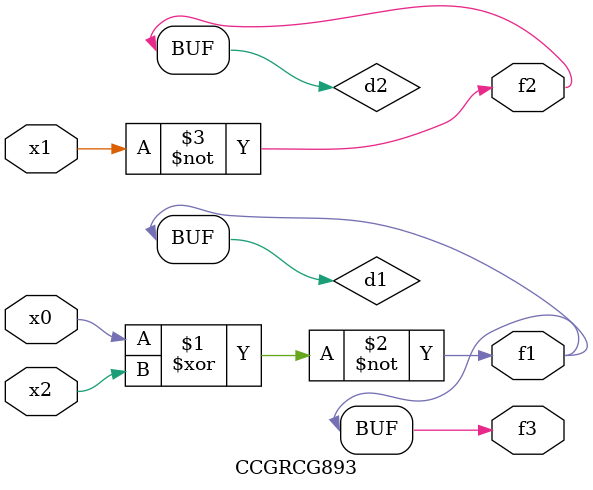
<source format=v>
module CCGRCG893(
	input x0, x1, x2,
	output f1, f2, f3
);

	wire d1, d2, d3;

	xnor (d1, x0, x2);
	nand (d2, x1);
	nor (d3, x1, x2);
	assign f1 = d1;
	assign f2 = d2;
	assign f3 = d1;
endmodule

</source>
